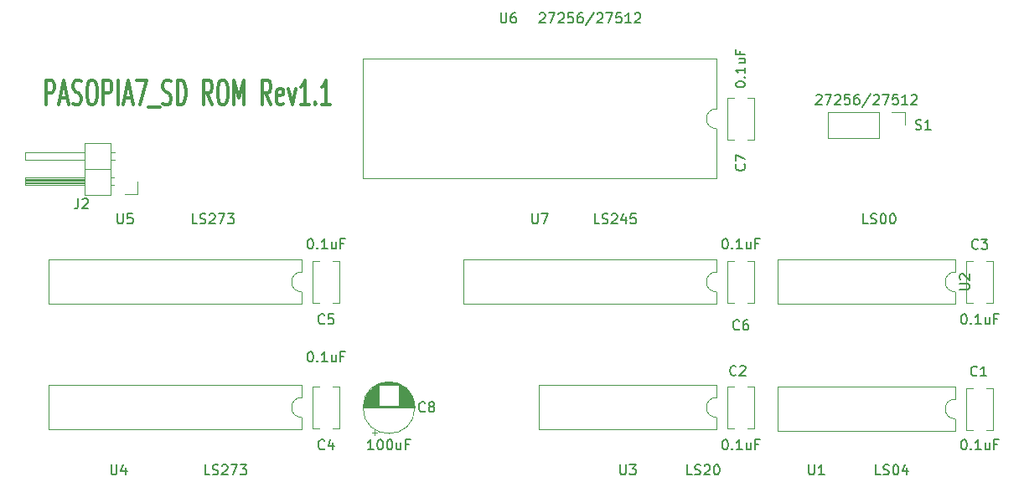
<source format=gto>
G04 #@! TF.GenerationSoftware,KiCad,Pcbnew,(5.1.9)-1*
G04 #@! TF.CreationDate,2025-08-03T17:29:21+09:00*
G04 #@! TF.ProjectId,PASOPIA7_SD_ROM,5041534f-5049-4413-975f-53445f524f4d,rev?*
G04 #@! TF.SameCoordinates,PX53920b0PY93c3260*
G04 #@! TF.FileFunction,Legend,Top*
G04 #@! TF.FilePolarity,Positive*
%FSLAX46Y46*%
G04 Gerber Fmt 4.6, Leading zero omitted, Abs format (unit mm)*
G04 Created by KiCad (PCBNEW (5.1.9)-1) date 2025-08-03 17:29:21*
%MOMM*%
%LPD*%
G01*
G04 APERTURE LIST*
%ADD10C,0.150000*%
%ADD11C,0.375000*%
%ADD12C,0.120000*%
G04 APERTURE END LIST*
D10*
X86510952Y10977620D02*
X86034761Y10977620D01*
X86034761Y11977620D01*
X86796666Y11025239D02*
X86939523Y10977620D01*
X87177619Y10977620D01*
X87272857Y11025239D01*
X87320476Y11072858D01*
X87368095Y11168096D01*
X87368095Y11263334D01*
X87320476Y11358572D01*
X87272857Y11406191D01*
X87177619Y11453810D01*
X86987142Y11501429D01*
X86891904Y11549048D01*
X86844285Y11596667D01*
X86796666Y11691905D01*
X86796666Y11787143D01*
X86844285Y11882381D01*
X86891904Y11930000D01*
X86987142Y11977620D01*
X87225238Y11977620D01*
X87368095Y11930000D01*
X87987142Y11977620D02*
X88082380Y11977620D01*
X88177619Y11930000D01*
X88225238Y11882381D01*
X88272857Y11787143D01*
X88320476Y11596667D01*
X88320476Y11358572D01*
X88272857Y11168096D01*
X88225238Y11072858D01*
X88177619Y11025239D01*
X88082380Y10977620D01*
X87987142Y10977620D01*
X87891904Y11025239D01*
X87844285Y11072858D01*
X87796666Y11168096D01*
X87749047Y11358572D01*
X87749047Y11596667D01*
X87796666Y11787143D01*
X87844285Y11882381D01*
X87891904Y11930000D01*
X87987142Y11977620D01*
X89177619Y11644286D02*
X89177619Y10977620D01*
X88939523Y12025239D02*
X88701428Y11310953D01*
X89320476Y11310953D01*
X67460952Y10977620D02*
X66984761Y10977620D01*
X66984761Y11977620D01*
X67746666Y11025239D02*
X67889523Y10977620D01*
X68127619Y10977620D01*
X68222857Y11025239D01*
X68270476Y11072858D01*
X68318095Y11168096D01*
X68318095Y11263334D01*
X68270476Y11358572D01*
X68222857Y11406191D01*
X68127619Y11453810D01*
X67937142Y11501429D01*
X67841904Y11549048D01*
X67794285Y11596667D01*
X67746666Y11691905D01*
X67746666Y11787143D01*
X67794285Y11882381D01*
X67841904Y11930000D01*
X67937142Y11977620D01*
X68175238Y11977620D01*
X68318095Y11930000D01*
X68699047Y11882381D02*
X68746666Y11930000D01*
X68841904Y11977620D01*
X69080000Y11977620D01*
X69175238Y11930000D01*
X69222857Y11882381D01*
X69270476Y11787143D01*
X69270476Y11691905D01*
X69222857Y11549048D01*
X68651428Y10977620D01*
X69270476Y10977620D01*
X69889523Y11977620D02*
X69984761Y11977620D01*
X70080000Y11930000D01*
X70127619Y11882381D01*
X70175238Y11787143D01*
X70222857Y11596667D01*
X70222857Y11358572D01*
X70175238Y11168096D01*
X70127619Y11072858D01*
X70080000Y11025239D01*
X69984761Y10977620D01*
X69889523Y10977620D01*
X69794285Y11025239D01*
X69746666Y11072858D01*
X69699047Y11168096D01*
X69651428Y11358572D01*
X69651428Y11596667D01*
X69699047Y11787143D01*
X69746666Y11882381D01*
X69794285Y11930000D01*
X69889523Y11977620D01*
X17454761Y36377620D02*
X16978571Y36377620D01*
X16978571Y37377620D01*
X17740476Y36425239D02*
X17883333Y36377620D01*
X18121428Y36377620D01*
X18216666Y36425239D01*
X18264285Y36472858D01*
X18311904Y36568096D01*
X18311904Y36663334D01*
X18264285Y36758572D01*
X18216666Y36806191D01*
X18121428Y36853810D01*
X17930952Y36901429D01*
X17835714Y36949048D01*
X17788095Y36996667D01*
X17740476Y37091905D01*
X17740476Y37187143D01*
X17788095Y37282381D01*
X17835714Y37330000D01*
X17930952Y37377620D01*
X18169047Y37377620D01*
X18311904Y37330000D01*
X18692857Y37282381D02*
X18740476Y37330000D01*
X18835714Y37377620D01*
X19073809Y37377620D01*
X19169047Y37330000D01*
X19216666Y37282381D01*
X19264285Y37187143D01*
X19264285Y37091905D01*
X19216666Y36949048D01*
X18645238Y36377620D01*
X19264285Y36377620D01*
X19597619Y37377620D02*
X20264285Y37377620D01*
X19835714Y36377620D01*
X20550000Y37377620D02*
X21169047Y37377620D01*
X20835714Y36996667D01*
X20978571Y36996667D01*
X21073809Y36949048D01*
X21121428Y36901429D01*
X21169047Y36806191D01*
X21169047Y36568096D01*
X21121428Y36472858D01*
X21073809Y36425239D01*
X20978571Y36377620D01*
X20692857Y36377620D01*
X20597619Y36425239D01*
X20550000Y36472858D01*
X52054761Y57602381D02*
X52102380Y57650000D01*
X52197619Y57697620D01*
X52435714Y57697620D01*
X52530952Y57650000D01*
X52578571Y57602381D01*
X52626190Y57507143D01*
X52626190Y57411905D01*
X52578571Y57269048D01*
X52007142Y56697620D01*
X52626190Y56697620D01*
X52959523Y57697620D02*
X53626190Y57697620D01*
X53197619Y56697620D01*
X53959523Y57602381D02*
X54007142Y57650000D01*
X54102380Y57697620D01*
X54340476Y57697620D01*
X54435714Y57650000D01*
X54483333Y57602381D01*
X54530952Y57507143D01*
X54530952Y57411905D01*
X54483333Y57269048D01*
X53911904Y56697620D01*
X54530952Y56697620D01*
X55435714Y57697620D02*
X54959523Y57697620D01*
X54911904Y57221429D01*
X54959523Y57269048D01*
X55054761Y57316667D01*
X55292857Y57316667D01*
X55388095Y57269048D01*
X55435714Y57221429D01*
X55483333Y57126191D01*
X55483333Y56888096D01*
X55435714Y56792858D01*
X55388095Y56745239D01*
X55292857Y56697620D01*
X55054761Y56697620D01*
X54959523Y56745239D01*
X54911904Y56792858D01*
X56340476Y57697620D02*
X56150000Y57697620D01*
X56054761Y57650000D01*
X56007142Y57602381D01*
X55911904Y57459524D01*
X55864285Y57269048D01*
X55864285Y56888096D01*
X55911904Y56792858D01*
X55959523Y56745239D01*
X56054761Y56697620D01*
X56245238Y56697620D01*
X56340476Y56745239D01*
X56388095Y56792858D01*
X56435714Y56888096D01*
X56435714Y57126191D01*
X56388095Y57221429D01*
X56340476Y57269048D01*
X56245238Y57316667D01*
X56054761Y57316667D01*
X55959523Y57269048D01*
X55911904Y57221429D01*
X55864285Y57126191D01*
X57578571Y57745239D02*
X56721428Y56459524D01*
X57864285Y57602381D02*
X57911904Y57650000D01*
X58007142Y57697620D01*
X58245238Y57697620D01*
X58340476Y57650000D01*
X58388095Y57602381D01*
X58435714Y57507143D01*
X58435714Y57411905D01*
X58388095Y57269048D01*
X57816666Y56697620D01*
X58435714Y56697620D01*
X58769047Y57697620D02*
X59435714Y57697620D01*
X59007142Y56697620D01*
X60292857Y57697620D02*
X59816666Y57697620D01*
X59769047Y57221429D01*
X59816666Y57269048D01*
X59911904Y57316667D01*
X60150000Y57316667D01*
X60245238Y57269048D01*
X60292857Y57221429D01*
X60340476Y57126191D01*
X60340476Y56888096D01*
X60292857Y56792858D01*
X60245238Y56745239D01*
X60150000Y56697620D01*
X59911904Y56697620D01*
X59816666Y56745239D01*
X59769047Y56792858D01*
X61292857Y56697620D02*
X60721428Y56697620D01*
X61007142Y56697620D02*
X61007142Y57697620D01*
X60911904Y57554762D01*
X60816666Y57459524D01*
X60721428Y57411905D01*
X61673809Y57602381D02*
X61721428Y57650000D01*
X61816666Y57697620D01*
X62054761Y57697620D01*
X62150000Y57650000D01*
X62197619Y57602381D01*
X62245238Y57507143D01*
X62245238Y57411905D01*
X62197619Y57269048D01*
X61626190Y56697620D01*
X62245238Y56697620D01*
X35282380Y13517620D02*
X34710952Y13517620D01*
X34996666Y13517620D02*
X34996666Y14517620D01*
X34901428Y14374762D01*
X34806190Y14279524D01*
X34710952Y14231905D01*
X35901428Y14517620D02*
X35996666Y14517620D01*
X36091904Y14470000D01*
X36139523Y14422381D01*
X36187142Y14327143D01*
X36234761Y14136667D01*
X36234761Y13898572D01*
X36187142Y13708096D01*
X36139523Y13612858D01*
X36091904Y13565239D01*
X35996666Y13517620D01*
X35901428Y13517620D01*
X35806190Y13565239D01*
X35758571Y13612858D01*
X35710952Y13708096D01*
X35663333Y13898572D01*
X35663333Y14136667D01*
X35710952Y14327143D01*
X35758571Y14422381D01*
X35806190Y14470000D01*
X35901428Y14517620D01*
X36853809Y14517620D02*
X36949047Y14517620D01*
X37044285Y14470000D01*
X37091904Y14422381D01*
X37139523Y14327143D01*
X37187142Y14136667D01*
X37187142Y13898572D01*
X37139523Y13708096D01*
X37091904Y13612858D01*
X37044285Y13565239D01*
X36949047Y13517620D01*
X36853809Y13517620D01*
X36758571Y13565239D01*
X36710952Y13612858D01*
X36663333Y13708096D01*
X36615714Y13898572D01*
X36615714Y14136667D01*
X36663333Y14327143D01*
X36710952Y14422381D01*
X36758571Y14470000D01*
X36853809Y14517620D01*
X38044285Y14184286D02*
X38044285Y13517620D01*
X37615714Y14184286D02*
X37615714Y13660477D01*
X37663333Y13565239D01*
X37758571Y13517620D01*
X37901428Y13517620D01*
X37996666Y13565239D01*
X38044285Y13612858D01*
X38853809Y14041429D02*
X38520476Y14041429D01*
X38520476Y13517620D02*
X38520476Y14517620D01*
X38996666Y14517620D01*
X70747142Y34837620D02*
X70842380Y34837620D01*
X70937619Y34790000D01*
X70985238Y34742381D01*
X71032857Y34647143D01*
X71080476Y34456667D01*
X71080476Y34218572D01*
X71032857Y34028096D01*
X70985238Y33932858D01*
X70937619Y33885239D01*
X70842380Y33837620D01*
X70747142Y33837620D01*
X70651904Y33885239D01*
X70604285Y33932858D01*
X70556666Y34028096D01*
X70509047Y34218572D01*
X70509047Y34456667D01*
X70556666Y34647143D01*
X70604285Y34742381D01*
X70651904Y34790000D01*
X70747142Y34837620D01*
X71509047Y33932858D02*
X71556666Y33885239D01*
X71509047Y33837620D01*
X71461428Y33885239D01*
X71509047Y33932858D01*
X71509047Y33837620D01*
X72509047Y33837620D02*
X71937619Y33837620D01*
X72223333Y33837620D02*
X72223333Y34837620D01*
X72128095Y34694762D01*
X72032857Y34599524D01*
X71937619Y34551905D01*
X73366190Y34504286D02*
X73366190Y33837620D01*
X72937619Y34504286D02*
X72937619Y33980477D01*
X72985238Y33885239D01*
X73080476Y33837620D01*
X73223333Y33837620D01*
X73318571Y33885239D01*
X73366190Y33932858D01*
X74175714Y34361429D02*
X73842380Y34361429D01*
X73842380Y33837620D02*
X73842380Y34837620D01*
X74318571Y34837620D01*
X28837142Y34837620D02*
X28932380Y34837620D01*
X29027619Y34790000D01*
X29075238Y34742381D01*
X29122857Y34647143D01*
X29170476Y34456667D01*
X29170476Y34218572D01*
X29122857Y34028096D01*
X29075238Y33932858D01*
X29027619Y33885239D01*
X28932380Y33837620D01*
X28837142Y33837620D01*
X28741904Y33885239D01*
X28694285Y33932858D01*
X28646666Y34028096D01*
X28599047Y34218572D01*
X28599047Y34456667D01*
X28646666Y34647143D01*
X28694285Y34742381D01*
X28741904Y34790000D01*
X28837142Y34837620D01*
X29599047Y33932858D02*
X29646666Y33885239D01*
X29599047Y33837620D01*
X29551428Y33885239D01*
X29599047Y33932858D01*
X29599047Y33837620D01*
X30599047Y33837620D02*
X30027619Y33837620D01*
X30313333Y33837620D02*
X30313333Y34837620D01*
X30218095Y34694762D01*
X30122857Y34599524D01*
X30027619Y34551905D01*
X31456190Y34504286D02*
X31456190Y33837620D01*
X31027619Y34504286D02*
X31027619Y33980477D01*
X31075238Y33885239D01*
X31170476Y33837620D01*
X31313333Y33837620D01*
X31408571Y33885239D01*
X31456190Y33932858D01*
X32265714Y34361429D02*
X31932380Y34361429D01*
X31932380Y33837620D02*
X31932380Y34837620D01*
X32408571Y34837620D01*
X28837142Y23407620D02*
X28932380Y23407620D01*
X29027619Y23360000D01*
X29075238Y23312381D01*
X29122857Y23217143D01*
X29170476Y23026667D01*
X29170476Y22788572D01*
X29122857Y22598096D01*
X29075238Y22502858D01*
X29027619Y22455239D01*
X28932380Y22407620D01*
X28837142Y22407620D01*
X28741904Y22455239D01*
X28694285Y22502858D01*
X28646666Y22598096D01*
X28599047Y22788572D01*
X28599047Y23026667D01*
X28646666Y23217143D01*
X28694285Y23312381D01*
X28741904Y23360000D01*
X28837142Y23407620D01*
X29599047Y22502858D02*
X29646666Y22455239D01*
X29599047Y22407620D01*
X29551428Y22455239D01*
X29599047Y22502858D01*
X29599047Y22407620D01*
X30599047Y22407620D02*
X30027619Y22407620D01*
X30313333Y22407620D02*
X30313333Y23407620D01*
X30218095Y23264762D01*
X30122857Y23169524D01*
X30027619Y23121905D01*
X31456190Y23074286D02*
X31456190Y22407620D01*
X31027619Y23074286D02*
X31027619Y22550477D01*
X31075238Y22455239D01*
X31170476Y22407620D01*
X31313333Y22407620D01*
X31408571Y22455239D01*
X31456190Y22502858D01*
X32265714Y22931429D02*
X31932380Y22931429D01*
X31932380Y22407620D02*
X31932380Y23407620D01*
X32408571Y23407620D01*
X71842380Y50427143D02*
X71842380Y50522381D01*
X71890000Y50617620D01*
X71937619Y50665239D01*
X72032857Y50712858D01*
X72223333Y50760477D01*
X72461428Y50760477D01*
X72651904Y50712858D01*
X72747142Y50665239D01*
X72794761Y50617620D01*
X72842380Y50522381D01*
X72842380Y50427143D01*
X72794761Y50331905D01*
X72747142Y50284286D01*
X72651904Y50236667D01*
X72461428Y50189048D01*
X72223333Y50189048D01*
X72032857Y50236667D01*
X71937619Y50284286D01*
X71890000Y50331905D01*
X71842380Y50427143D01*
X72747142Y51189048D02*
X72794761Y51236667D01*
X72842380Y51189048D01*
X72794761Y51141429D01*
X72747142Y51189048D01*
X72842380Y51189048D01*
X72842380Y52189048D02*
X72842380Y51617620D01*
X72842380Y51903334D02*
X71842380Y51903334D01*
X71985238Y51808096D01*
X72080476Y51712858D01*
X72128095Y51617620D01*
X72175714Y53046191D02*
X72842380Y53046191D01*
X72175714Y52617620D02*
X72699523Y52617620D01*
X72794761Y52665239D01*
X72842380Y52760477D01*
X72842380Y52903334D01*
X72794761Y52998572D01*
X72747142Y53046191D01*
X72318571Y53855715D02*
X72318571Y53522381D01*
X72842380Y53522381D02*
X71842380Y53522381D01*
X71842380Y53998572D01*
X94877142Y27217620D02*
X94972380Y27217620D01*
X95067619Y27170000D01*
X95115238Y27122381D01*
X95162857Y27027143D01*
X95210476Y26836667D01*
X95210476Y26598572D01*
X95162857Y26408096D01*
X95115238Y26312858D01*
X95067619Y26265239D01*
X94972380Y26217620D01*
X94877142Y26217620D01*
X94781904Y26265239D01*
X94734285Y26312858D01*
X94686666Y26408096D01*
X94639047Y26598572D01*
X94639047Y26836667D01*
X94686666Y27027143D01*
X94734285Y27122381D01*
X94781904Y27170000D01*
X94877142Y27217620D01*
X95639047Y26312858D02*
X95686666Y26265239D01*
X95639047Y26217620D01*
X95591428Y26265239D01*
X95639047Y26312858D01*
X95639047Y26217620D01*
X96639047Y26217620D02*
X96067619Y26217620D01*
X96353333Y26217620D02*
X96353333Y27217620D01*
X96258095Y27074762D01*
X96162857Y26979524D01*
X96067619Y26931905D01*
X97496190Y26884286D02*
X97496190Y26217620D01*
X97067619Y26884286D02*
X97067619Y26360477D01*
X97115238Y26265239D01*
X97210476Y26217620D01*
X97353333Y26217620D01*
X97448571Y26265239D01*
X97496190Y26312858D01*
X98305714Y26741429D02*
X97972380Y26741429D01*
X97972380Y26217620D02*
X97972380Y27217620D01*
X98448571Y27217620D01*
X70747142Y14517620D02*
X70842380Y14517620D01*
X70937619Y14470000D01*
X70985238Y14422381D01*
X71032857Y14327143D01*
X71080476Y14136667D01*
X71080476Y13898572D01*
X71032857Y13708096D01*
X70985238Y13612858D01*
X70937619Y13565239D01*
X70842380Y13517620D01*
X70747142Y13517620D01*
X70651904Y13565239D01*
X70604285Y13612858D01*
X70556666Y13708096D01*
X70509047Y13898572D01*
X70509047Y14136667D01*
X70556666Y14327143D01*
X70604285Y14422381D01*
X70651904Y14470000D01*
X70747142Y14517620D01*
X71509047Y13612858D02*
X71556666Y13565239D01*
X71509047Y13517620D01*
X71461428Y13565239D01*
X71509047Y13612858D01*
X71509047Y13517620D01*
X72509047Y13517620D02*
X71937619Y13517620D01*
X72223333Y13517620D02*
X72223333Y14517620D01*
X72128095Y14374762D01*
X72032857Y14279524D01*
X71937619Y14231905D01*
X73366190Y14184286D02*
X73366190Y13517620D01*
X72937619Y14184286D02*
X72937619Y13660477D01*
X72985238Y13565239D01*
X73080476Y13517620D01*
X73223333Y13517620D01*
X73318571Y13565239D01*
X73366190Y13612858D01*
X74175714Y14041429D02*
X73842380Y14041429D01*
X73842380Y13517620D02*
X73842380Y14517620D01*
X74318571Y14517620D01*
X94877142Y14517620D02*
X94972380Y14517620D01*
X95067619Y14470000D01*
X95115238Y14422381D01*
X95162857Y14327143D01*
X95210476Y14136667D01*
X95210476Y13898572D01*
X95162857Y13708096D01*
X95115238Y13612858D01*
X95067619Y13565239D01*
X94972380Y13517620D01*
X94877142Y13517620D01*
X94781904Y13565239D01*
X94734285Y13612858D01*
X94686666Y13708096D01*
X94639047Y13898572D01*
X94639047Y14136667D01*
X94686666Y14327143D01*
X94734285Y14422381D01*
X94781904Y14470000D01*
X94877142Y14517620D01*
X95639047Y13612858D02*
X95686666Y13565239D01*
X95639047Y13517620D01*
X95591428Y13565239D01*
X95639047Y13612858D01*
X95639047Y13517620D01*
X96639047Y13517620D02*
X96067619Y13517620D01*
X96353333Y13517620D02*
X96353333Y14517620D01*
X96258095Y14374762D01*
X96162857Y14279524D01*
X96067619Y14231905D01*
X97496190Y14184286D02*
X97496190Y13517620D01*
X97067619Y14184286D02*
X97067619Y13660477D01*
X97115238Y13565239D01*
X97210476Y13517620D01*
X97353333Y13517620D01*
X97448571Y13565239D01*
X97496190Y13612858D01*
X98305714Y14041429D02*
X97972380Y14041429D01*
X97972380Y13517620D02*
X97972380Y14517620D01*
X98448571Y14517620D01*
X85240952Y36377620D02*
X84764761Y36377620D01*
X84764761Y37377620D01*
X85526666Y36425239D02*
X85669523Y36377620D01*
X85907619Y36377620D01*
X86002857Y36425239D01*
X86050476Y36472858D01*
X86098095Y36568096D01*
X86098095Y36663334D01*
X86050476Y36758572D01*
X86002857Y36806191D01*
X85907619Y36853810D01*
X85717142Y36901429D01*
X85621904Y36949048D01*
X85574285Y36996667D01*
X85526666Y37091905D01*
X85526666Y37187143D01*
X85574285Y37282381D01*
X85621904Y37330000D01*
X85717142Y37377620D01*
X85955238Y37377620D01*
X86098095Y37330000D01*
X86717142Y37377620D02*
X86812380Y37377620D01*
X86907619Y37330000D01*
X86955238Y37282381D01*
X87002857Y37187143D01*
X87050476Y36996667D01*
X87050476Y36758572D01*
X87002857Y36568096D01*
X86955238Y36472858D01*
X86907619Y36425239D01*
X86812380Y36377620D01*
X86717142Y36377620D01*
X86621904Y36425239D01*
X86574285Y36472858D01*
X86526666Y36568096D01*
X86479047Y36758572D01*
X86479047Y36996667D01*
X86526666Y37187143D01*
X86574285Y37282381D01*
X86621904Y37330000D01*
X86717142Y37377620D01*
X87669523Y37377620D02*
X87764761Y37377620D01*
X87860000Y37330000D01*
X87907619Y37282381D01*
X87955238Y37187143D01*
X88002857Y36996667D01*
X88002857Y36758572D01*
X87955238Y36568096D01*
X87907619Y36472858D01*
X87860000Y36425239D01*
X87764761Y36377620D01*
X87669523Y36377620D01*
X87574285Y36425239D01*
X87526666Y36472858D01*
X87479047Y36568096D01*
X87431428Y36758572D01*
X87431428Y36996667D01*
X87479047Y37187143D01*
X87526666Y37282381D01*
X87574285Y37330000D01*
X87669523Y37377620D01*
X79994761Y49347381D02*
X80042380Y49395000D01*
X80137619Y49442620D01*
X80375714Y49442620D01*
X80470952Y49395000D01*
X80518571Y49347381D01*
X80566190Y49252143D01*
X80566190Y49156905D01*
X80518571Y49014048D01*
X79947142Y48442620D01*
X80566190Y48442620D01*
X80899523Y49442620D02*
X81566190Y49442620D01*
X81137619Y48442620D01*
X81899523Y49347381D02*
X81947142Y49395000D01*
X82042380Y49442620D01*
X82280476Y49442620D01*
X82375714Y49395000D01*
X82423333Y49347381D01*
X82470952Y49252143D01*
X82470952Y49156905D01*
X82423333Y49014048D01*
X81851904Y48442620D01*
X82470952Y48442620D01*
X83375714Y49442620D02*
X82899523Y49442620D01*
X82851904Y48966429D01*
X82899523Y49014048D01*
X82994761Y49061667D01*
X83232857Y49061667D01*
X83328095Y49014048D01*
X83375714Y48966429D01*
X83423333Y48871191D01*
X83423333Y48633096D01*
X83375714Y48537858D01*
X83328095Y48490239D01*
X83232857Y48442620D01*
X82994761Y48442620D01*
X82899523Y48490239D01*
X82851904Y48537858D01*
X84280476Y49442620D02*
X84090000Y49442620D01*
X83994761Y49395000D01*
X83947142Y49347381D01*
X83851904Y49204524D01*
X83804285Y49014048D01*
X83804285Y48633096D01*
X83851904Y48537858D01*
X83899523Y48490239D01*
X83994761Y48442620D01*
X84185238Y48442620D01*
X84280476Y48490239D01*
X84328095Y48537858D01*
X84375714Y48633096D01*
X84375714Y48871191D01*
X84328095Y48966429D01*
X84280476Y49014048D01*
X84185238Y49061667D01*
X83994761Y49061667D01*
X83899523Y49014048D01*
X83851904Y48966429D01*
X83804285Y48871191D01*
X85518571Y49490239D02*
X84661428Y48204524D01*
X85804285Y49347381D02*
X85851904Y49395000D01*
X85947142Y49442620D01*
X86185238Y49442620D01*
X86280476Y49395000D01*
X86328095Y49347381D01*
X86375714Y49252143D01*
X86375714Y49156905D01*
X86328095Y49014048D01*
X85756666Y48442620D01*
X86375714Y48442620D01*
X86709047Y49442620D02*
X87375714Y49442620D01*
X86947142Y48442620D01*
X88232857Y49442620D02*
X87756666Y49442620D01*
X87709047Y48966429D01*
X87756666Y49014048D01*
X87851904Y49061667D01*
X88090000Y49061667D01*
X88185238Y49014048D01*
X88232857Y48966429D01*
X88280476Y48871191D01*
X88280476Y48633096D01*
X88232857Y48537858D01*
X88185238Y48490239D01*
X88090000Y48442620D01*
X87851904Y48442620D01*
X87756666Y48490239D01*
X87709047Y48537858D01*
X89232857Y48442620D02*
X88661428Y48442620D01*
X88947142Y48442620D02*
X88947142Y49442620D01*
X88851904Y49299762D01*
X88756666Y49204524D01*
X88661428Y49156905D01*
X89613809Y49347381D02*
X89661428Y49395000D01*
X89756666Y49442620D01*
X89994761Y49442620D01*
X90090000Y49395000D01*
X90137619Y49347381D01*
X90185238Y49252143D01*
X90185238Y49156905D01*
X90137619Y49014048D01*
X89566190Y48442620D01*
X90185238Y48442620D01*
X58094761Y36377620D02*
X57618571Y36377620D01*
X57618571Y37377620D01*
X58380476Y36425239D02*
X58523333Y36377620D01*
X58761428Y36377620D01*
X58856666Y36425239D01*
X58904285Y36472858D01*
X58951904Y36568096D01*
X58951904Y36663334D01*
X58904285Y36758572D01*
X58856666Y36806191D01*
X58761428Y36853810D01*
X58570952Y36901429D01*
X58475714Y36949048D01*
X58428095Y36996667D01*
X58380476Y37091905D01*
X58380476Y37187143D01*
X58428095Y37282381D01*
X58475714Y37330000D01*
X58570952Y37377620D01*
X58809047Y37377620D01*
X58951904Y37330000D01*
X59332857Y37282381D02*
X59380476Y37330000D01*
X59475714Y37377620D01*
X59713809Y37377620D01*
X59809047Y37330000D01*
X59856666Y37282381D01*
X59904285Y37187143D01*
X59904285Y37091905D01*
X59856666Y36949048D01*
X59285238Y36377620D01*
X59904285Y36377620D01*
X60761428Y37044286D02*
X60761428Y36377620D01*
X60523333Y37425239D02*
X60285238Y36710953D01*
X60904285Y36710953D01*
X61761428Y37377620D02*
X61285238Y37377620D01*
X61237619Y36901429D01*
X61285238Y36949048D01*
X61380476Y36996667D01*
X61618571Y36996667D01*
X61713809Y36949048D01*
X61761428Y36901429D01*
X61809047Y36806191D01*
X61809047Y36568096D01*
X61761428Y36472858D01*
X61713809Y36425239D01*
X61618571Y36377620D01*
X61380476Y36377620D01*
X61285238Y36425239D01*
X61237619Y36472858D01*
X18724761Y10977620D02*
X18248571Y10977620D01*
X18248571Y11977620D01*
X19010476Y11025239D02*
X19153333Y10977620D01*
X19391428Y10977620D01*
X19486666Y11025239D01*
X19534285Y11072858D01*
X19581904Y11168096D01*
X19581904Y11263334D01*
X19534285Y11358572D01*
X19486666Y11406191D01*
X19391428Y11453810D01*
X19200952Y11501429D01*
X19105714Y11549048D01*
X19058095Y11596667D01*
X19010476Y11691905D01*
X19010476Y11787143D01*
X19058095Y11882381D01*
X19105714Y11930000D01*
X19200952Y11977620D01*
X19439047Y11977620D01*
X19581904Y11930000D01*
X19962857Y11882381D02*
X20010476Y11930000D01*
X20105714Y11977620D01*
X20343809Y11977620D01*
X20439047Y11930000D01*
X20486666Y11882381D01*
X20534285Y11787143D01*
X20534285Y11691905D01*
X20486666Y11549048D01*
X19915238Y10977620D01*
X20534285Y10977620D01*
X20867619Y11977620D02*
X21534285Y11977620D01*
X21105714Y10977620D01*
X21820000Y11977620D02*
X22439047Y11977620D01*
X22105714Y11596667D01*
X22248571Y11596667D01*
X22343809Y11549048D01*
X22391428Y11501429D01*
X22439047Y11406191D01*
X22439047Y11168096D01*
X22391428Y11072858D01*
X22343809Y11025239D01*
X22248571Y10977620D01*
X21962857Y10977620D01*
X21867619Y11025239D01*
X21820000Y11072858D01*
D11*
X2188571Y48399048D02*
X2188571Y50899048D01*
X2760000Y50899048D01*
X2902857Y50780000D01*
X2974285Y50660953D01*
X3045714Y50422858D01*
X3045714Y50065715D01*
X2974285Y49827620D01*
X2902857Y49708572D01*
X2760000Y49589524D01*
X2188571Y49589524D01*
X3617142Y49113334D02*
X4331428Y49113334D01*
X3474285Y48399048D02*
X3974285Y50899048D01*
X4474285Y48399048D01*
X4902857Y48518096D02*
X5117142Y48399048D01*
X5474285Y48399048D01*
X5617142Y48518096D01*
X5688571Y48637143D01*
X5760000Y48875239D01*
X5760000Y49113334D01*
X5688571Y49351429D01*
X5617142Y49470477D01*
X5474285Y49589524D01*
X5188571Y49708572D01*
X5045714Y49827620D01*
X4974285Y49946667D01*
X4902857Y50184762D01*
X4902857Y50422858D01*
X4974285Y50660953D01*
X5045714Y50780000D01*
X5188571Y50899048D01*
X5545714Y50899048D01*
X5760000Y50780000D01*
X6688571Y50899048D02*
X6974285Y50899048D01*
X7117142Y50780000D01*
X7260000Y50541905D01*
X7331428Y50065715D01*
X7331428Y49232381D01*
X7260000Y48756191D01*
X7117142Y48518096D01*
X6974285Y48399048D01*
X6688571Y48399048D01*
X6545714Y48518096D01*
X6402857Y48756191D01*
X6331428Y49232381D01*
X6331428Y50065715D01*
X6402857Y50541905D01*
X6545714Y50780000D01*
X6688571Y50899048D01*
X7974285Y48399048D02*
X7974285Y50899048D01*
X8545714Y50899048D01*
X8688571Y50780000D01*
X8760000Y50660953D01*
X8831428Y50422858D01*
X8831428Y50065715D01*
X8760000Y49827620D01*
X8688571Y49708572D01*
X8545714Y49589524D01*
X7974285Y49589524D01*
X9474285Y48399048D02*
X9474285Y50899048D01*
X10117142Y49113334D02*
X10831428Y49113334D01*
X9974285Y48399048D02*
X10474285Y50899048D01*
X10974285Y48399048D01*
X11331428Y50899048D02*
X12331428Y50899048D01*
X11688571Y48399048D01*
X12545714Y48160953D02*
X13688571Y48160953D01*
X13974285Y48518096D02*
X14188571Y48399048D01*
X14545714Y48399048D01*
X14688571Y48518096D01*
X14760000Y48637143D01*
X14831428Y48875239D01*
X14831428Y49113334D01*
X14760000Y49351429D01*
X14688571Y49470477D01*
X14545714Y49589524D01*
X14260000Y49708572D01*
X14117142Y49827620D01*
X14045714Y49946667D01*
X13974285Y50184762D01*
X13974285Y50422858D01*
X14045714Y50660953D01*
X14117142Y50780000D01*
X14260000Y50899048D01*
X14617142Y50899048D01*
X14831428Y50780000D01*
X15474285Y48399048D02*
X15474285Y50899048D01*
X15831428Y50899048D01*
X16045714Y50780000D01*
X16188571Y50541905D01*
X16260000Y50303810D01*
X16331428Y49827620D01*
X16331428Y49470477D01*
X16260000Y48994286D01*
X16188571Y48756191D01*
X16045714Y48518096D01*
X15831428Y48399048D01*
X15474285Y48399048D01*
X18974285Y48399048D02*
X18474285Y49589524D01*
X18117142Y48399048D02*
X18117142Y50899048D01*
X18688571Y50899048D01*
X18831428Y50780000D01*
X18902857Y50660953D01*
X18974285Y50422858D01*
X18974285Y50065715D01*
X18902857Y49827620D01*
X18831428Y49708572D01*
X18688571Y49589524D01*
X18117142Y49589524D01*
X19902857Y50899048D02*
X20188571Y50899048D01*
X20331428Y50780000D01*
X20474285Y50541905D01*
X20545714Y50065715D01*
X20545714Y49232381D01*
X20474285Y48756191D01*
X20331428Y48518096D01*
X20188571Y48399048D01*
X19902857Y48399048D01*
X19760000Y48518096D01*
X19617142Y48756191D01*
X19545714Y49232381D01*
X19545714Y50065715D01*
X19617142Y50541905D01*
X19760000Y50780000D01*
X19902857Y50899048D01*
X21188571Y48399048D02*
X21188571Y50899048D01*
X21688571Y49113334D01*
X22188571Y50899048D01*
X22188571Y48399048D01*
X24902857Y48399048D02*
X24402857Y49589524D01*
X24045714Y48399048D02*
X24045714Y50899048D01*
X24617142Y50899048D01*
X24760000Y50780000D01*
X24831428Y50660953D01*
X24902857Y50422858D01*
X24902857Y50065715D01*
X24831428Y49827620D01*
X24760000Y49708572D01*
X24617142Y49589524D01*
X24045714Y49589524D01*
X26117142Y48518096D02*
X25974285Y48399048D01*
X25688571Y48399048D01*
X25545714Y48518096D01*
X25474285Y48756191D01*
X25474285Y49708572D01*
X25545714Y49946667D01*
X25688571Y50065715D01*
X25974285Y50065715D01*
X26117142Y49946667D01*
X26188571Y49708572D01*
X26188571Y49470477D01*
X25474285Y49232381D01*
X26688571Y50065715D02*
X27045714Y48399048D01*
X27402857Y50065715D01*
X28760000Y48399048D02*
X27902857Y48399048D01*
X28331428Y48399048D02*
X28331428Y50899048D01*
X28188571Y50541905D01*
X28045714Y50303810D01*
X27902857Y50184762D01*
X29402857Y48637143D02*
X29474285Y48518096D01*
X29402857Y48399048D01*
X29331428Y48518096D01*
X29402857Y48637143D01*
X29402857Y48399048D01*
X30902857Y48399048D02*
X30045714Y48399048D01*
X30474285Y48399048D02*
X30474285Y50899048D01*
X30331428Y50541905D01*
X30188571Y50303810D01*
X30045714Y50184762D01*
D12*
X39450000Y17760000D02*
G75*
G03*
X39450000Y17760000I-2620000J0D01*
G01*
X34250000Y17760000D02*
X39410000Y17760000D01*
X34250000Y17800000D02*
X39410000Y17800000D01*
X34251000Y17840000D02*
X39409000Y17840000D01*
X34252000Y17880000D02*
X39408000Y17880000D01*
X34254000Y17920000D02*
X39406000Y17920000D01*
X34257000Y17960000D02*
X39403000Y17960000D01*
X34261000Y18000000D02*
X35790000Y18000000D01*
X37870000Y18000000D02*
X39399000Y18000000D01*
X34265000Y18040000D02*
X35790000Y18040000D01*
X37870000Y18040000D02*
X39395000Y18040000D01*
X34269000Y18080000D02*
X35790000Y18080000D01*
X37870000Y18080000D02*
X39391000Y18080000D01*
X34274000Y18120000D02*
X35790000Y18120000D01*
X37870000Y18120000D02*
X39386000Y18120000D01*
X34280000Y18160000D02*
X35790000Y18160000D01*
X37870000Y18160000D02*
X39380000Y18160000D01*
X34287000Y18200000D02*
X35790000Y18200000D01*
X37870000Y18200000D02*
X39373000Y18200000D01*
X34294000Y18240000D02*
X35790000Y18240000D01*
X37870000Y18240000D02*
X39366000Y18240000D01*
X34302000Y18280000D02*
X35790000Y18280000D01*
X37870000Y18280000D02*
X39358000Y18280000D01*
X34310000Y18320000D02*
X35790000Y18320000D01*
X37870000Y18320000D02*
X39350000Y18320000D01*
X34319000Y18360000D02*
X35790000Y18360000D01*
X37870000Y18360000D02*
X39341000Y18360000D01*
X34329000Y18400000D02*
X35790000Y18400000D01*
X37870000Y18400000D02*
X39331000Y18400000D01*
X34339000Y18440000D02*
X35790000Y18440000D01*
X37870000Y18440000D02*
X39321000Y18440000D01*
X34350000Y18481000D02*
X35790000Y18481000D01*
X37870000Y18481000D02*
X39310000Y18481000D01*
X34362000Y18521000D02*
X35790000Y18521000D01*
X37870000Y18521000D02*
X39298000Y18521000D01*
X34375000Y18561000D02*
X35790000Y18561000D01*
X37870000Y18561000D02*
X39285000Y18561000D01*
X34388000Y18601000D02*
X35790000Y18601000D01*
X37870000Y18601000D02*
X39272000Y18601000D01*
X34402000Y18641000D02*
X35790000Y18641000D01*
X37870000Y18641000D02*
X39258000Y18641000D01*
X34416000Y18681000D02*
X35790000Y18681000D01*
X37870000Y18681000D02*
X39244000Y18681000D01*
X34432000Y18721000D02*
X35790000Y18721000D01*
X37870000Y18721000D02*
X39228000Y18721000D01*
X34448000Y18761000D02*
X35790000Y18761000D01*
X37870000Y18761000D02*
X39212000Y18761000D01*
X34465000Y18801000D02*
X35790000Y18801000D01*
X37870000Y18801000D02*
X39195000Y18801000D01*
X34482000Y18841000D02*
X35790000Y18841000D01*
X37870000Y18841000D02*
X39178000Y18841000D01*
X34501000Y18881000D02*
X35790000Y18881000D01*
X37870000Y18881000D02*
X39159000Y18881000D01*
X34520000Y18921000D02*
X35790000Y18921000D01*
X37870000Y18921000D02*
X39140000Y18921000D01*
X34540000Y18961000D02*
X35790000Y18961000D01*
X37870000Y18961000D02*
X39120000Y18961000D01*
X34562000Y19001000D02*
X35790000Y19001000D01*
X37870000Y19001000D02*
X39098000Y19001000D01*
X34583000Y19041000D02*
X35790000Y19041000D01*
X37870000Y19041000D02*
X39077000Y19041000D01*
X34606000Y19081000D02*
X35790000Y19081000D01*
X37870000Y19081000D02*
X39054000Y19081000D01*
X34630000Y19121000D02*
X35790000Y19121000D01*
X37870000Y19121000D02*
X39030000Y19121000D01*
X34655000Y19161000D02*
X35790000Y19161000D01*
X37870000Y19161000D02*
X39005000Y19161000D01*
X34681000Y19201000D02*
X35790000Y19201000D01*
X37870000Y19201000D02*
X38979000Y19201000D01*
X34708000Y19241000D02*
X35790000Y19241000D01*
X37870000Y19241000D02*
X38952000Y19241000D01*
X34735000Y19281000D02*
X35790000Y19281000D01*
X37870000Y19281000D02*
X38925000Y19281000D01*
X34765000Y19321000D02*
X35790000Y19321000D01*
X37870000Y19321000D02*
X38895000Y19321000D01*
X34795000Y19361000D02*
X35790000Y19361000D01*
X37870000Y19361000D02*
X38865000Y19361000D01*
X34826000Y19401000D02*
X35790000Y19401000D01*
X37870000Y19401000D02*
X38834000Y19401000D01*
X34859000Y19441000D02*
X35790000Y19441000D01*
X37870000Y19441000D02*
X38801000Y19441000D01*
X34893000Y19481000D02*
X35790000Y19481000D01*
X37870000Y19481000D02*
X38767000Y19481000D01*
X34929000Y19521000D02*
X35790000Y19521000D01*
X37870000Y19521000D02*
X38731000Y19521000D01*
X34966000Y19561000D02*
X35790000Y19561000D01*
X37870000Y19561000D02*
X38694000Y19561000D01*
X35004000Y19601000D02*
X35790000Y19601000D01*
X37870000Y19601000D02*
X38656000Y19601000D01*
X35045000Y19641000D02*
X35790000Y19641000D01*
X37870000Y19641000D02*
X38615000Y19641000D01*
X35087000Y19681000D02*
X35790000Y19681000D01*
X37870000Y19681000D02*
X38573000Y19681000D01*
X35131000Y19721000D02*
X35790000Y19721000D01*
X37870000Y19721000D02*
X38529000Y19721000D01*
X35177000Y19761000D02*
X35790000Y19761000D01*
X37870000Y19761000D02*
X38483000Y19761000D01*
X35225000Y19801000D02*
X35790000Y19801000D01*
X37870000Y19801000D02*
X38435000Y19801000D01*
X35276000Y19841000D02*
X35790000Y19841000D01*
X37870000Y19841000D02*
X38384000Y19841000D01*
X35330000Y19881000D02*
X35790000Y19881000D01*
X37870000Y19881000D02*
X38330000Y19881000D01*
X35387000Y19921000D02*
X35790000Y19921000D01*
X37870000Y19921000D02*
X38273000Y19921000D01*
X35447000Y19961000D02*
X35790000Y19961000D01*
X37870000Y19961000D02*
X38213000Y19961000D01*
X35511000Y20001000D02*
X35790000Y20001000D01*
X37870000Y20001000D02*
X38149000Y20001000D01*
X35579000Y20041000D02*
X35790000Y20041000D01*
X37870000Y20041000D02*
X38081000Y20041000D01*
X35652000Y20081000D02*
X38008000Y20081000D01*
X35732000Y20121000D02*
X37928000Y20121000D01*
X35819000Y20161000D02*
X37841000Y20161000D01*
X35915000Y20201000D02*
X37745000Y20201000D01*
X36025000Y20241000D02*
X37635000Y20241000D01*
X36153000Y20281000D02*
X37507000Y20281000D01*
X36312000Y20321000D02*
X37348000Y20321000D01*
X36546000Y20361000D02*
X37114000Y20361000D01*
X35355000Y14955225D02*
X35355000Y15455225D01*
X35105000Y15205225D02*
X35605000Y15205225D01*
X97890000Y19740000D02*
X97890000Y15500000D01*
X95150000Y19740000D02*
X95150000Y15500000D01*
X97890000Y19740000D02*
X97185000Y19740000D01*
X95855000Y19740000D02*
X95150000Y19740000D01*
X97890000Y15500000D02*
X97185000Y15500000D01*
X95855000Y15500000D02*
X95150000Y15500000D01*
X71725000Y15680000D02*
X71020000Y15680000D01*
X73760000Y15680000D02*
X73055000Y15680000D01*
X71725000Y19920000D02*
X71020000Y19920000D01*
X73760000Y19920000D02*
X73055000Y19920000D01*
X71020000Y19920000D02*
X71020000Y15680000D01*
X73760000Y19920000D02*
X73760000Y15680000D01*
X95855000Y28340000D02*
X95150000Y28340000D01*
X97890000Y28340000D02*
X97185000Y28340000D01*
X95855000Y32580000D02*
X95150000Y32580000D01*
X97890000Y32580000D02*
X97185000Y32580000D01*
X95150000Y32580000D02*
X95150000Y28340000D01*
X97890000Y32580000D02*
X97890000Y28340000D01*
X94040000Y15370000D02*
X94040000Y16620000D01*
X76140000Y15370000D02*
X94040000Y15370000D01*
X76140000Y19870000D02*
X76140000Y15370000D01*
X94040000Y19870000D02*
X76140000Y19870000D01*
X94040000Y18620000D02*
X94040000Y19870000D01*
X94040000Y16620000D02*
G75*
G02*
X94040000Y18620000I0J1000000D01*
G01*
X29110000Y15640000D02*
X29110000Y19880000D01*
X31850000Y15640000D02*
X31850000Y19880000D01*
X29110000Y15640000D02*
X29815000Y15640000D01*
X31145000Y15640000D02*
X31850000Y15640000D01*
X29110000Y19880000D02*
X29815000Y19880000D01*
X31145000Y19880000D02*
X31850000Y19880000D01*
X31145000Y32580000D02*
X31850000Y32580000D01*
X29110000Y32580000D02*
X29815000Y32580000D01*
X31145000Y28340000D02*
X31850000Y28340000D01*
X29110000Y28340000D02*
X29815000Y28340000D01*
X31850000Y28340000D02*
X31850000Y32580000D01*
X29110000Y28340000D02*
X29110000Y32580000D01*
X71020000Y28380000D02*
X71020000Y32620000D01*
X73760000Y28380000D02*
X73760000Y32620000D01*
X71020000Y28380000D02*
X71725000Y28380000D01*
X73055000Y28380000D02*
X73760000Y28380000D01*
X71020000Y32620000D02*
X71725000Y32620000D01*
X73055000Y32620000D02*
X73760000Y32620000D01*
X73055000Y49090000D02*
X73760000Y49090000D01*
X71020000Y49090000D02*
X71725000Y49090000D01*
X73055000Y44850000D02*
X73760000Y44850000D01*
X71020000Y44850000D02*
X71725000Y44850000D01*
X73760000Y44850000D02*
X73760000Y49090000D01*
X71020000Y44850000D02*
X71020000Y49090000D01*
X88960000Y47685000D02*
X88960000Y46355000D01*
X87630000Y47685000D02*
X88960000Y47685000D01*
X86360000Y47685000D02*
X86360000Y45025000D01*
X86360000Y45025000D02*
X81220000Y45025000D01*
X86360000Y47685000D02*
X81220000Y47685000D01*
X81220000Y47685000D02*
X81220000Y45025000D01*
X69910000Y18780000D02*
X69910000Y20030000D01*
X69910000Y20030000D02*
X52010000Y20030000D01*
X52010000Y20030000D02*
X52010000Y15530000D01*
X52010000Y15530000D02*
X69910000Y15530000D01*
X69910000Y15530000D02*
X69910000Y16780000D01*
X69910000Y16780000D02*
G75*
G02*
X69910000Y18780000I0J1000000D01*
G01*
X28000000Y15530000D02*
X28000000Y16780000D01*
X2480000Y15530000D02*
X28000000Y15530000D01*
X2480000Y20030000D02*
X2480000Y15530000D01*
X28000000Y20030000D02*
X2480000Y20030000D01*
X28000000Y18780000D02*
X28000000Y20030000D01*
X28000000Y16780000D02*
G75*
G02*
X28000000Y18780000I0J1000000D01*
G01*
X28000000Y31480000D02*
X28000000Y32730000D01*
X28000000Y32730000D02*
X2480000Y32730000D01*
X2480000Y32730000D02*
X2480000Y28230000D01*
X2480000Y28230000D02*
X28000000Y28230000D01*
X28000000Y28230000D02*
X28000000Y29480000D01*
X28000000Y29480000D02*
G75*
G02*
X28000000Y31480000I0J1000000D01*
G01*
X69910000Y40930000D02*
X69910000Y45990000D01*
X34230000Y40930000D02*
X69910000Y40930000D01*
X34230000Y53050000D02*
X34230000Y40930000D01*
X69910000Y53050000D02*
X34230000Y53050000D01*
X69910000Y47990000D02*
X69910000Y53050000D01*
X69910000Y45990000D02*
G75*
G02*
X69910000Y47990000I0J1000000D01*
G01*
X69910000Y28230000D02*
X69910000Y29480000D01*
X44390000Y28230000D02*
X69910000Y28230000D01*
X44390000Y32730000D02*
X44390000Y28230000D01*
X69910000Y32730000D02*
X44390000Y32730000D01*
X69910000Y31480000D02*
X69910000Y32730000D01*
X69910000Y29480000D02*
G75*
G02*
X69910000Y31480000I0J1000000D01*
G01*
X94040000Y28230000D02*
X94040000Y29480000D01*
X76140000Y28230000D02*
X94040000Y28230000D01*
X76140000Y32730000D02*
X76140000Y28230000D01*
X94040000Y32730000D02*
X76140000Y32730000D01*
X94040000Y31480000D02*
X94040000Y32730000D01*
X94040000Y29480000D02*
G75*
G02*
X94040000Y31480000I0J1000000D01*
G01*
X8720000Y39310000D02*
X8720000Y44510000D01*
X8720000Y44510000D02*
X6060000Y44510000D01*
X6060000Y44510000D02*
X6060000Y39310000D01*
X6060000Y39310000D02*
X8720000Y39310000D01*
X6060000Y40260000D02*
X60000Y40260000D01*
X60000Y40260000D02*
X60000Y41020000D01*
X60000Y41020000D02*
X6060000Y41020000D01*
X6060000Y40320000D02*
X60000Y40320000D01*
X6060000Y40440000D02*
X60000Y40440000D01*
X6060000Y40560000D02*
X60000Y40560000D01*
X6060000Y40680000D02*
X60000Y40680000D01*
X6060000Y40800000D02*
X60000Y40800000D01*
X6060000Y40920000D02*
X60000Y40920000D01*
X9050000Y40260000D02*
X8720000Y40260000D01*
X9050000Y41020000D02*
X8720000Y41020000D01*
X8720000Y41910000D02*
X6060000Y41910000D01*
X6060000Y42800000D02*
X60000Y42800000D01*
X60000Y42800000D02*
X60000Y43560000D01*
X60000Y43560000D02*
X6060000Y43560000D01*
X9117071Y42800000D02*
X8720000Y42800000D01*
X9117071Y43560000D02*
X8720000Y43560000D01*
X11430000Y40640000D02*
X11430000Y39370000D01*
X11430000Y39370000D02*
X10160000Y39370000D01*
D10*
X40473333Y17422858D02*
X40425714Y17375239D01*
X40282857Y17327620D01*
X40187619Y17327620D01*
X40044761Y17375239D01*
X39949523Y17470477D01*
X39901904Y17565715D01*
X39854285Y17756191D01*
X39854285Y17899048D01*
X39901904Y18089524D01*
X39949523Y18184762D01*
X40044761Y18280000D01*
X40187619Y18327620D01*
X40282857Y18327620D01*
X40425714Y18280000D01*
X40473333Y18232381D01*
X41044761Y17899048D02*
X40949523Y17946667D01*
X40901904Y17994286D01*
X40854285Y18089524D01*
X40854285Y18137143D01*
X40901904Y18232381D01*
X40949523Y18280000D01*
X41044761Y18327620D01*
X41235238Y18327620D01*
X41330476Y18280000D01*
X41378095Y18232381D01*
X41425714Y18137143D01*
X41425714Y18089524D01*
X41378095Y17994286D01*
X41330476Y17946667D01*
X41235238Y17899048D01*
X41044761Y17899048D01*
X40949523Y17851429D01*
X40901904Y17803810D01*
X40854285Y17708572D01*
X40854285Y17518096D01*
X40901904Y17422858D01*
X40949523Y17375239D01*
X41044761Y17327620D01*
X41235238Y17327620D01*
X41330476Y17375239D01*
X41378095Y17422858D01*
X41425714Y17518096D01*
X41425714Y17708572D01*
X41378095Y17803810D01*
X41330476Y17851429D01*
X41235238Y17899048D01*
X96248333Y21052858D02*
X96200714Y21005239D01*
X96057857Y20957620D01*
X95962619Y20957620D01*
X95819761Y21005239D01*
X95724523Y21100477D01*
X95676904Y21195715D01*
X95629285Y21386191D01*
X95629285Y21529048D01*
X95676904Y21719524D01*
X95724523Y21814762D01*
X95819761Y21910000D01*
X95962619Y21957620D01*
X96057857Y21957620D01*
X96200714Y21910000D01*
X96248333Y21862381D01*
X97200714Y20957620D02*
X96629285Y20957620D01*
X96915000Y20957620D02*
X96915000Y21957620D01*
X96819761Y21814762D01*
X96724523Y21719524D01*
X96629285Y21671905D01*
X71906333Y21105858D02*
X71858714Y21058239D01*
X71715857Y21010620D01*
X71620619Y21010620D01*
X71477761Y21058239D01*
X71382523Y21153477D01*
X71334904Y21248715D01*
X71287285Y21439191D01*
X71287285Y21582048D01*
X71334904Y21772524D01*
X71382523Y21867762D01*
X71477761Y21963000D01*
X71620619Y22010620D01*
X71715857Y22010620D01*
X71858714Y21963000D01*
X71906333Y21915381D01*
X72287285Y21915381D02*
X72334904Y21963000D01*
X72430142Y22010620D01*
X72668238Y22010620D01*
X72763476Y21963000D01*
X72811095Y21915381D01*
X72858714Y21820143D01*
X72858714Y21724905D01*
X72811095Y21582048D01*
X72239666Y21010620D01*
X72858714Y21010620D01*
X96353333Y33892858D02*
X96305714Y33845239D01*
X96162857Y33797620D01*
X96067619Y33797620D01*
X95924761Y33845239D01*
X95829523Y33940477D01*
X95781904Y34035715D01*
X95734285Y34226191D01*
X95734285Y34369048D01*
X95781904Y34559524D01*
X95829523Y34654762D01*
X95924761Y34750000D01*
X96067619Y34797620D01*
X96162857Y34797620D01*
X96305714Y34750000D01*
X96353333Y34702381D01*
X96686666Y34797620D02*
X97305714Y34797620D01*
X96972380Y34416667D01*
X97115238Y34416667D01*
X97210476Y34369048D01*
X97258095Y34321429D01*
X97305714Y34226191D01*
X97305714Y33988096D01*
X97258095Y33892858D01*
X97210476Y33845239D01*
X97115238Y33797620D01*
X96829523Y33797620D01*
X96734285Y33845239D01*
X96686666Y33892858D01*
X79248095Y11977620D02*
X79248095Y11168096D01*
X79295714Y11072858D01*
X79343333Y11025239D01*
X79438571Y10977620D01*
X79629047Y10977620D01*
X79724285Y11025239D01*
X79771904Y11072858D01*
X79819523Y11168096D01*
X79819523Y11977620D01*
X80819523Y10977620D02*
X80248095Y10977620D01*
X80533809Y10977620D02*
X80533809Y11977620D01*
X80438571Y11834762D01*
X80343333Y11739524D01*
X80248095Y11691905D01*
X30313333Y13612858D02*
X30265714Y13565239D01*
X30122857Y13517620D01*
X30027619Y13517620D01*
X29884761Y13565239D01*
X29789523Y13660477D01*
X29741904Y13755715D01*
X29694285Y13946191D01*
X29694285Y14089048D01*
X29741904Y14279524D01*
X29789523Y14374762D01*
X29884761Y14470000D01*
X30027619Y14517620D01*
X30122857Y14517620D01*
X30265714Y14470000D01*
X30313333Y14422381D01*
X31170476Y14184286D02*
X31170476Y13517620D01*
X30932380Y14565239D02*
X30694285Y13850953D01*
X31313333Y13850953D01*
X30313333Y26312858D02*
X30265714Y26265239D01*
X30122857Y26217620D01*
X30027619Y26217620D01*
X29884761Y26265239D01*
X29789523Y26360477D01*
X29741904Y26455715D01*
X29694285Y26646191D01*
X29694285Y26789048D01*
X29741904Y26979524D01*
X29789523Y27074762D01*
X29884761Y27170000D01*
X30027619Y27217620D01*
X30122857Y27217620D01*
X30265714Y27170000D01*
X30313333Y27122381D01*
X31218095Y27217620D02*
X30741904Y27217620D01*
X30694285Y26741429D01*
X30741904Y26789048D01*
X30837142Y26836667D01*
X31075238Y26836667D01*
X31170476Y26789048D01*
X31218095Y26741429D01*
X31265714Y26646191D01*
X31265714Y26408096D01*
X31218095Y26312858D01*
X31170476Y26265239D01*
X31075238Y26217620D01*
X30837142Y26217620D01*
X30741904Y26265239D01*
X30694285Y26312858D01*
X72223333Y25717858D02*
X72175714Y25670239D01*
X72032857Y25622620D01*
X71937619Y25622620D01*
X71794761Y25670239D01*
X71699523Y25765477D01*
X71651904Y25860715D01*
X71604285Y26051191D01*
X71604285Y26194048D01*
X71651904Y26384524D01*
X71699523Y26479762D01*
X71794761Y26575000D01*
X71937619Y26622620D01*
X72032857Y26622620D01*
X72175714Y26575000D01*
X72223333Y26527381D01*
X73080476Y26622620D02*
X72890000Y26622620D01*
X72794761Y26575000D01*
X72747142Y26527381D01*
X72651904Y26384524D01*
X72604285Y26194048D01*
X72604285Y25813096D01*
X72651904Y25717858D01*
X72699523Y25670239D01*
X72794761Y25622620D01*
X72985238Y25622620D01*
X73080476Y25670239D01*
X73128095Y25717858D01*
X73175714Y25813096D01*
X73175714Y26051191D01*
X73128095Y26146429D01*
X73080476Y26194048D01*
X72985238Y26241667D01*
X72794761Y26241667D01*
X72699523Y26194048D01*
X72651904Y26146429D01*
X72604285Y26051191D01*
X72747142Y42378334D02*
X72794761Y42330715D01*
X72842380Y42187858D01*
X72842380Y42092620D01*
X72794761Y41949762D01*
X72699523Y41854524D01*
X72604285Y41806905D01*
X72413809Y41759286D01*
X72270952Y41759286D01*
X72080476Y41806905D01*
X71985238Y41854524D01*
X71890000Y41949762D01*
X71842380Y42092620D01*
X71842380Y42187858D01*
X71890000Y42330715D01*
X71937619Y42378334D01*
X71842380Y42711667D02*
X71842380Y43378334D01*
X72842380Y42949762D01*
X90043095Y45950239D02*
X90185952Y45902620D01*
X90424047Y45902620D01*
X90519285Y45950239D01*
X90566904Y45997858D01*
X90614523Y46093096D01*
X90614523Y46188334D01*
X90566904Y46283572D01*
X90519285Y46331191D01*
X90424047Y46378810D01*
X90233571Y46426429D01*
X90138333Y46474048D01*
X90090714Y46521667D01*
X90043095Y46616905D01*
X90043095Y46712143D01*
X90090714Y46807381D01*
X90138333Y46855000D01*
X90233571Y46902620D01*
X90471666Y46902620D01*
X90614523Y46855000D01*
X91566904Y45902620D02*
X90995476Y45902620D01*
X91281190Y45902620D02*
X91281190Y46902620D01*
X91185952Y46759762D01*
X91090714Y46664524D01*
X90995476Y46616905D01*
X60198095Y11977620D02*
X60198095Y11168096D01*
X60245714Y11072858D01*
X60293333Y11025239D01*
X60388571Y10977620D01*
X60579047Y10977620D01*
X60674285Y11025239D01*
X60721904Y11072858D01*
X60769523Y11168096D01*
X60769523Y11977620D01*
X61150476Y11977620D02*
X61769523Y11977620D01*
X61436190Y11596667D01*
X61579047Y11596667D01*
X61674285Y11549048D01*
X61721904Y11501429D01*
X61769523Y11406191D01*
X61769523Y11168096D01*
X61721904Y11072858D01*
X61674285Y11025239D01*
X61579047Y10977620D01*
X61293333Y10977620D01*
X61198095Y11025239D01*
X61150476Y11072858D01*
X8763095Y11977620D02*
X8763095Y11168096D01*
X8810714Y11072858D01*
X8858333Y11025239D01*
X8953571Y10977620D01*
X9144047Y10977620D01*
X9239285Y11025239D01*
X9286904Y11072858D01*
X9334523Y11168096D01*
X9334523Y11977620D01*
X10239285Y11644286D02*
X10239285Y10977620D01*
X10001190Y12025239D02*
X9763095Y11310953D01*
X10382142Y11310953D01*
X9398095Y37377620D02*
X9398095Y36568096D01*
X9445714Y36472858D01*
X9493333Y36425239D01*
X9588571Y36377620D01*
X9779047Y36377620D01*
X9874285Y36425239D01*
X9921904Y36472858D01*
X9969523Y36568096D01*
X9969523Y37377620D01*
X10921904Y37377620D02*
X10445714Y37377620D01*
X10398095Y36901429D01*
X10445714Y36949048D01*
X10540952Y36996667D01*
X10779047Y36996667D01*
X10874285Y36949048D01*
X10921904Y36901429D01*
X10969523Y36806191D01*
X10969523Y36568096D01*
X10921904Y36472858D01*
X10874285Y36425239D01*
X10779047Y36377620D01*
X10540952Y36377620D01*
X10445714Y36425239D01*
X10398095Y36472858D01*
X48133095Y57697620D02*
X48133095Y56888096D01*
X48180714Y56792858D01*
X48228333Y56745239D01*
X48323571Y56697620D01*
X48514047Y56697620D01*
X48609285Y56745239D01*
X48656904Y56792858D01*
X48704523Y56888096D01*
X48704523Y57697620D01*
X49609285Y57697620D02*
X49418809Y57697620D01*
X49323571Y57650000D01*
X49275952Y57602381D01*
X49180714Y57459524D01*
X49133095Y57269048D01*
X49133095Y56888096D01*
X49180714Y56792858D01*
X49228333Y56745239D01*
X49323571Y56697620D01*
X49514047Y56697620D01*
X49609285Y56745239D01*
X49656904Y56792858D01*
X49704523Y56888096D01*
X49704523Y57126191D01*
X49656904Y57221429D01*
X49609285Y57269048D01*
X49514047Y57316667D01*
X49323571Y57316667D01*
X49228333Y57269048D01*
X49180714Y57221429D01*
X49133095Y57126191D01*
X51308095Y37377620D02*
X51308095Y36568096D01*
X51355714Y36472858D01*
X51403333Y36425239D01*
X51498571Y36377620D01*
X51689047Y36377620D01*
X51784285Y36425239D01*
X51831904Y36472858D01*
X51879523Y36568096D01*
X51879523Y37377620D01*
X52260476Y37377620D02*
X52927142Y37377620D01*
X52498571Y36377620D01*
X94492380Y29718096D02*
X95301904Y29718096D01*
X95397142Y29765715D01*
X95444761Y29813334D01*
X95492380Y29908572D01*
X95492380Y30099048D01*
X95444761Y30194286D01*
X95397142Y30241905D01*
X95301904Y30289524D01*
X94492380Y30289524D01*
X94587619Y30718096D02*
X94540000Y30765715D01*
X94492380Y30860953D01*
X94492380Y31099048D01*
X94540000Y31194286D01*
X94587619Y31241905D01*
X94682857Y31289524D01*
X94778095Y31289524D01*
X94920952Y31241905D01*
X95492380Y30670477D01*
X95492380Y31289524D01*
X5441666Y38917620D02*
X5441666Y38203334D01*
X5394047Y38060477D01*
X5298809Y37965239D01*
X5155952Y37917620D01*
X5060714Y37917620D01*
X5870238Y38822381D02*
X5917857Y38870000D01*
X6013095Y38917620D01*
X6251190Y38917620D01*
X6346428Y38870000D01*
X6394047Y38822381D01*
X6441666Y38727143D01*
X6441666Y38631905D01*
X6394047Y38489048D01*
X5822619Y37917620D01*
X6441666Y37917620D01*
M02*

</source>
